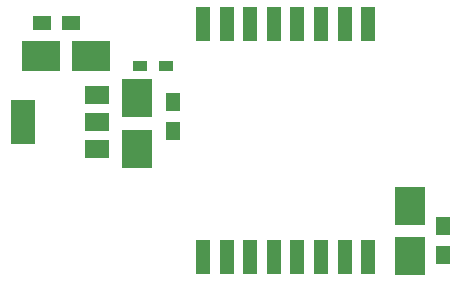
<source format=gtp>
%TF.GenerationSoftware,KiCad,Pcbnew,no-vcs-found-835c19f~60~ubuntu16.04.1*%
%TF.CreationDate,2017-10-10T17:14:24+03:00*%
%TF.ProjectId,rpi_zero,7270695F7A65726F2E6B696361645F70,rev?*%
%TF.SameCoordinates,Original*%
%TF.FileFunction,Paste,Top*%
%TF.FilePolarity,Positive*%
%FSLAX46Y46*%
G04 Gerber Fmt 4.6, Leading zero omitted, Abs format (unit mm)*
G04 Created by KiCad (PCBNEW no-vcs-found-835c19f~60~ubuntu16.04.1) date Tue Oct 10 17:14:24 2017*
%MOMM*%
%LPD*%
G01*
G04 APERTURE LIST*
%ADD10R,2.500000X3.200000*%
%ADD11R,1.250000X1.500000*%
%ADD12R,1.500000X1.250000*%
%ADD13R,3.200000X2.500000*%
%ADD14R,1.200000X3.000000*%
%ADD15R,2.000000X1.500000*%
%ADD16R,2.000000X3.800000*%
%ADD17R,1.200000X0.900000*%
G04 APERTURE END LIST*
D10*
X143811880Y-103009420D03*
X143811880Y-107309420D03*
D11*
X146611880Y-107209420D03*
X146611880Y-104709420D03*
D12*
X115161880Y-87559420D03*
X112661880Y-87559420D03*
D13*
X112561880Y-90359420D03*
X116861880Y-90359420D03*
D10*
X120711880Y-93909420D03*
X120711880Y-98209420D03*
D11*
X123811880Y-96709420D03*
X123811880Y-94209420D03*
D14*
X126311880Y-107359420D03*
X128311880Y-107359420D03*
X130311880Y-107359420D03*
X132311880Y-107359420D03*
X134311880Y-107359420D03*
X136311880Y-107359420D03*
X138311880Y-107359420D03*
X140311880Y-107359420D03*
X140311880Y-87659420D03*
X138311880Y-87659420D03*
X136311880Y-87659420D03*
X134311880Y-87659420D03*
X132311880Y-87659420D03*
X130311880Y-87659420D03*
X128311880Y-87659420D03*
X126311880Y-87659420D03*
D15*
X117361880Y-98259420D03*
X117361880Y-93659420D03*
X117361880Y-95959420D03*
D16*
X111061880Y-95959420D03*
D17*
X121011880Y-91159420D03*
X123211880Y-91159420D03*
M02*

</source>
